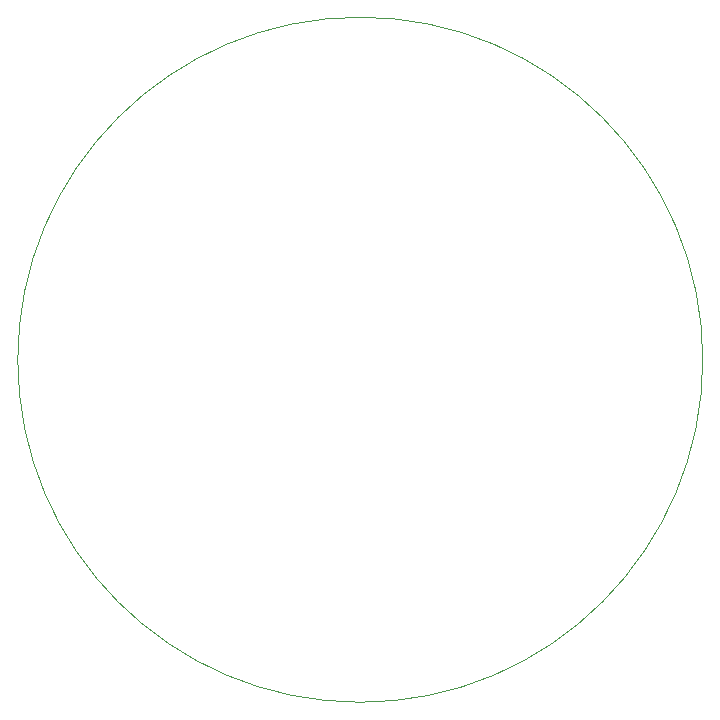
<source format=gbr>
%TF.GenerationSoftware,KiCad,Pcbnew,7.0.10*%
%TF.CreationDate,2024-02-11T22:45:30-05:00*%
%TF.ProjectId,bearing_inner_top,62656172-696e-4675-9f69-6e6e65725f74,rev?*%
%TF.SameCoordinates,Original*%
%TF.FileFunction,Profile,NP*%
%FSLAX46Y46*%
G04 Gerber Fmt 4.6, Leading zero omitted, Abs format (unit mm)*
G04 Created by KiCad (PCBNEW 7.0.10) date 2024-02-11 22:45:30*
%MOMM*%
%LPD*%
G01*
G04 APERTURE LIST*
%TA.AperFunction,Profile*%
%ADD10C,0.100000*%
%TD*%
G04 APERTURE END LIST*
D10*
X79000000Y-50000000D02*
G75*
G03*
X21000000Y-50000000I-29000000J0D01*
G01*
X21000000Y-50000000D02*
G75*
G03*
X79000000Y-50000000I29000000J0D01*
G01*
M02*

</source>
